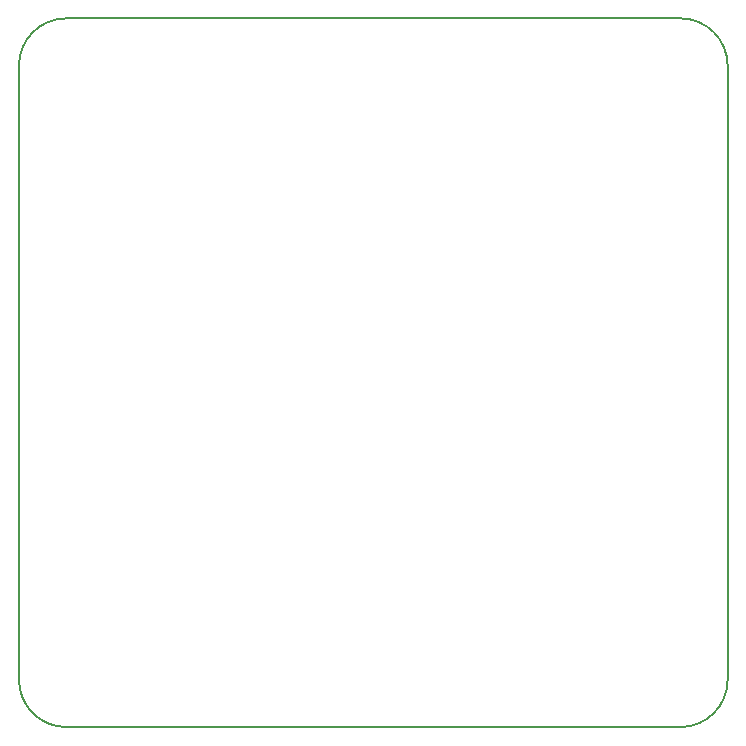
<source format=gbr>
%TF.GenerationSoftware,KiCad,Pcbnew,9.0.0*%
%TF.CreationDate,2025-03-31T19:39:25-04:00*%
%TF.ProjectId,nano405,6e616e6f-3430-4352-9e6b-696361645f70,A*%
%TF.SameCoordinates,Original*%
%TF.FileFunction,Profile,NP*%
%FSLAX46Y46*%
G04 Gerber Fmt 4.6, Leading zero omitted, Abs format (unit mm)*
G04 Created by KiCad (PCBNEW 9.0.0) date 2025-03-31 19:39:25*
%MOMM*%
%LPD*%
G01*
G04 APERTURE LIST*
%TA.AperFunction,Profile*%
%ADD10C,0.200000*%
%TD*%
G04 APERTURE END LIST*
D10*
X101700000Y-43300000D02*
X153700000Y-43300000D01*
X153700000Y-43300000D02*
G75*
G02*
X157700000Y-47300000I0J-4000000D01*
G01*
X101700000Y-103300000D02*
G75*
G02*
X97700000Y-99300000I0J4000000D01*
G01*
X97700000Y-99300000D02*
X97700000Y-47300000D01*
X153700000Y-103300000D02*
X101700000Y-103300000D01*
X157700000Y-99300000D02*
G75*
G02*
X153700000Y-103300000I-4000000J0D01*
G01*
X97700000Y-47300000D02*
G75*
G02*
X101700000Y-43300000I4000000J0D01*
G01*
X157700000Y-47300000D02*
X157700000Y-99300000D01*
M02*

</source>
